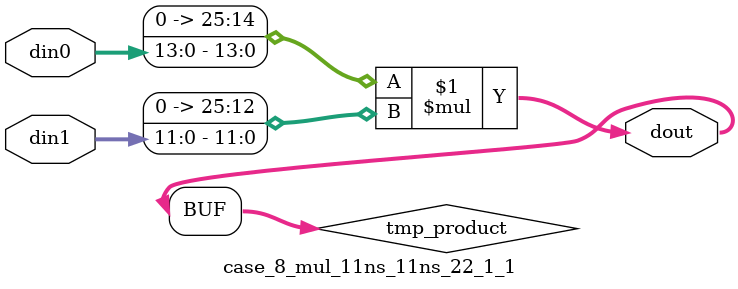
<source format=v>

`timescale 1 ns / 1 ps

 (* use_dsp = "no" *)  module case_8_mul_11ns_11ns_22_1_1(din0, din1, dout);
parameter ID = 1;
parameter NUM_STAGE = 0;
parameter din0_WIDTH = 14;
parameter din1_WIDTH = 12;
parameter dout_WIDTH = 26;

input [din0_WIDTH - 1 : 0] din0; 
input [din1_WIDTH - 1 : 0] din1; 
output [dout_WIDTH - 1 : 0] dout;

wire signed [dout_WIDTH - 1 : 0] tmp_product;
























assign tmp_product = $signed({1'b0, din0}) * $signed({1'b0, din1});











assign dout = tmp_product;





















endmodule

</source>
